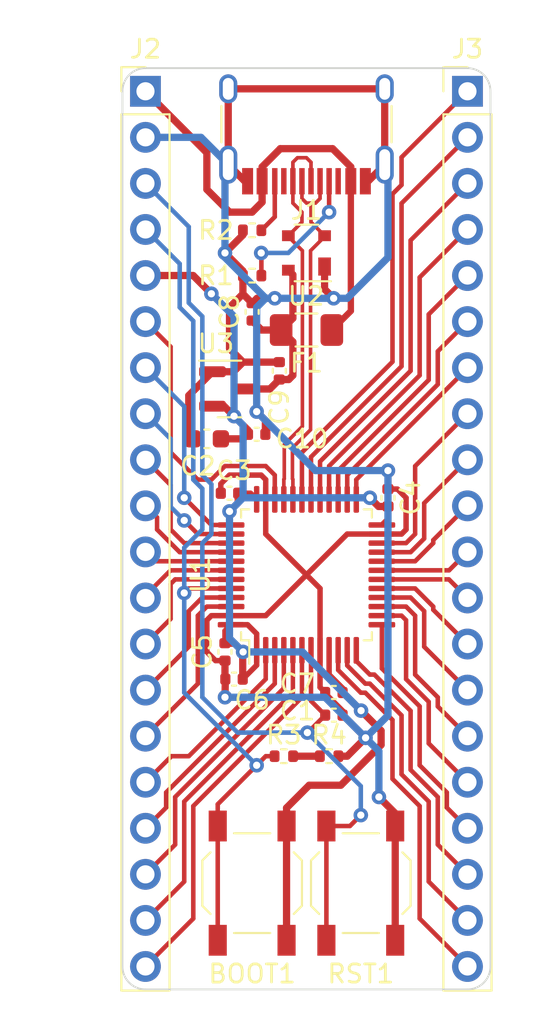
<source format=kicad_pcb>
(kicad_pcb (version 20240108) (generator "pcbnew") (generator_version "8.0")
  (layers (0 "F.Cu" signal) (31 "B.Cu" signal) (34 "B.Paste" user) (35 "F.Paste" user) (36 "B.SilkS" user "B.Silkscreen") (37 "F.SilkS" user "F.Silkscreen") (38 "B.Mask" user) (39 "F.Mask" user) (44 "Edge.Cuts" user))
  (net 0 "")
  (net 1 "+5V")
  (net 2 "GND")
  (net 3 "+3V3")
  (net 4 "NRST")
  (net 5 "VBUS")
  (net 6 "Net-(J1-CC1)")
  (net 8 "Net-(J1-CC2)")
  (net 10 "BOOT0")
  (net 11 "/C13")
  (net 12 "/C14")
  (net 13 "/C15")
  (net 14 "/F0")
  (net 15 "/F1")
  (net 16 "/B1")
  (net 17 "/B2")
  (net 18 "/B10")
  (net 19 "/B11")
  (net 20 "/B12")
  (net 21 "/B13")
  (net 22 "/B14")
  (net 23 "/B15")
  (net 24 "/A8")
  (net 25 "/A15")
  (net 26 "/B4")
  (net 27 "/B5")
  (net 28 "/B6")
  (net 29 "/B7")
  (net 30 "/A2")
  (net 31 "/A3")
  (net 32 "/A4")
  (net 33 "/A5")
  (net 34 "/A6")
  (net 35 "/A7")
  (net 36 "/B0")
  (net 37 "/B3")
  (net 38 "/B8")
  (net 39 "/B9")
  (net 40 "/A1")
  (net 41 "/A9")
  (net 42 "/A10")
  (net 43 "/A13")
  (net 44 "/A14")
  (net 45 "Net-(R3-Pad2)")
  (net 46 "/A0")
  (net 47 "D+")
  (net 48 "D-")
  (footprint "Capacitor_SMD:C_0402_1005Metric" (layer "F.Cu") (at 140.3925 87.65 90)
    (property "Reference" "C4")
    (property "Value" "100nF")
  )
  (footprint "Package_QFP:LQFP-48_7x7mm_P0.5mm" (layer "F.Cu") (at 135.8925 91.9 90)
    (property "Reference" "U1")
    (property "Value" "STM32F072CBT6")
  )
  (footprint "Capacitor_SMD:C_0402_1005Metric" (layer "F.Cu") (at 131.6425 87.4 180)
    (property "Reference" "C3")
    (property "Value" "100nF")
  )
  (footprint "Button_Switch_SMD:SW_SPST_TL3342" (layer "F.Cu") (at 132.8925 108.9 -90)
    (property "Reference" "BOOT1")
    (property "Value" "SW_SPST")
  )
  (footprint "Package_TO_SOT_SMD:SOT-143" (layer "F.Cu") (at 135.8925 74.15 180)
    (property "Reference" "U2")
    (property "Value" "PRTR5V0U2X")
  )
  (footprint "Capacitor_SMD:C_0402_1005Metric" (layer "F.Cu") (at 131.3925 96.15 -90)
    (property "Reference" "C5")
    (property "Value" "100nF")
  )
  (footprint "Button_Switch_SMD:SW_SPST_TL3342" (layer "F.Cu") (at 138.8925 108.9 90)
    (property "Reference" "RST1")
    (property "Value" "SW_SPST")
  )
  (footprint "Connector_PinHeader_2.54mm:PinHeader_1x20_P2.54mm_Vertical" (layer "F.Cu") (at 127.0025 65.235)
    (property "Reference" "J2")
    (property "Value" "Conn_01x20")
  )
  (footprint "Package_TO_SOT_SMD:SOT-23" (layer "F.Cu") (at 131.6425 81.65)
    (property "Reference" "U3")
    (property "Value" "XC6206PxxxMR-Regulator_Linear")
  )
  (footprint "Capacitor_SMD:C_0402_1005Metric" (layer "F.Cu") (at 131.8925 97.65 180)
    (property "Reference" "C6")
    (property "Value" "100nF")
  )
  (footprint "Resistor_SMD:R_0402_1005Metric" (layer "F.Cu") (at 132.8925 75.4)
    (property "Reference" "R1")
    (property "Value" "5.1k")
  )
  (footprint "Capacitor_SMD:C_0402_1005Metric" (layer "F.Cu") (at 133.1425 84.15)
    (property "Reference" "C10")
    (property "Value" "1uF")
  )
  (footprint "Fuse:Fuse_1206_3216Metric" (layer "F.Cu") (at 135.8925 78.4 180)
    (property "Reference" "F1")
    (property "Value" "500mA")
  )
  (footprint "Capacitor_SMD:C_0402_1005Metric" (layer "F.Cu") (at 134.3925 80.65 90)
    (property "Reference" "C9")
    (property "Value" "1uF")
  )
  (footprint "Connector_PinHeader_2.54mm:PinHeader_1x20_P2.54mm_Vertical" (layer "F.Cu") (at 144.7825 65.235)
    (property "Reference" "J3")
    (property "Value" "Conn_01x20")
  )
  (footprint "Capacitor_SMD:C_0402_1005Metric" (layer "F.Cu") (at 137.405923 99.636577)
    (property "Reference" "C1")
    (property "Value" "100nF")
  )
  (footprint "Resistor_SMD:R_0402_1005Metric" (layer "F.Cu") (at 137.1425 101.9)
    (property "Reference" "R4")
    (property "Value" "5.1k")
  )
  (footprint "Capacitor_SMD:C_0402_1005Metric" (layer "F.Cu") (at 137.405923 98.386577 180)
    (property "Reference" "C7")
    (property "Value" "100nF")
  )
  (footprint "Resistor_SMD:R_0402_1005Metric" (layer "F.Cu") (at 132.8925 72.9 180)
    (property "Reference" "R2")
    (property "Value" "5.1k")
  )
  (footprint "PCM_marbastlib-various:USB_C_Receptacle_HRO_TYPE-C-31-M-12" (layer "F.Cu") (at 135.8925 66.15 180)
    (property "Reference" "J1")
    (property "Value" "USB_C_Receptacle_USB2.0")
  )
  (footprint "Resistor_SMD:R_0402_1005Metric" (layer "F.Cu") (at 134.6425 101.9)
    (property "Reference" "R3")
    (property "Value" "5.1k")
  )
  (footprint "Capacitor_SMD:C_0603_1608Metric" (layer "F.Cu") (at 130.3925 84.4 180)
    (property "Reference" "C2")
    (property "Value" "10uF")
  )
  (footprint "Capacitor_SMD:C_0402_1005Metric" (layer "F.Cu") (at 132.8925 77.4 90)
    (property "Reference" "C8")
    (property "Value" "100nF")
  )
  (gr_arc (start 125.7325 65.23) (mid 126.104474 64.331974) (end 127.0025 63.96) (stroke (width 0.1)) (layer "Edge.Cuts"))
  (gr_line (start 144.7825 114.76) (end 127.0025 114.76) (stroke (width 0.1)) (layer "Edge.Cuts"))
  (gr_arc (start 127.0025 114.76) (mid 126.104474 114.388026) (end 125.7325 113.49) (stroke (width 0.1)) (layer "Edge.Cuts"))
  (gr_line (start 125.7325 113.49) (end 125.7325 65.23) (stroke (width 0.1)) (layer "Edge.Cuts"))
  (gr_line (start 127.0025 63.96) (end 144.7825 63.96) (stroke (width 0.1)) (layer "Edge.Cuts"))
  (gr_line (start 146.0525 65.23) (end 146.0525 113.49) (stroke (width 0.1)) (layer "Edge.Cuts"))
  (gr_arc (start 144.7825 63.96) (mid 145.680526 64.331974) (end 146.0525 65.23) (stroke (width 0.1)) (layer "Edge.Cuts"))
  (gr_arc (start 146.0525 113.49) (mid 145.680526 114.388026) (end 144.7825 114.76) (stroke (width 0.1)) (layer "Edge.Cuts"))
  (segment (start 135.1425 80.9) (end 135.1425 79.05) (width 0.4) (layer "F.Cu") (net 1))
  (segment (start 135.1425 75.35) (end 134.8925 75.1) (width 0.4) (layer "F.Cu") (net 1))
  (segment (start 133.4125 78.4) (end 132.8925 77.88) (width 0.4) (layer "F.Cu") (net 1))
  (segment (start 132.58 81.65) (end 133.8725 81.65) (width 0.4) (layer "F.Cu") (net 1))
  (segment (start 135.1425 77.75) (end 135.1425 75.35) (width 0.4) (layer "F.Cu") (net 1))
  (segment (start 134.4925 78.4) (end 135.1425 77.75) (width 0.4) (layer "F.Cu") (net 1))
  (segment (start 133.8725 81.65) (end 134.3925 81.13) (width 0.4) (layer "F.Cu") (net 1))
  (segment (start 135.1425 79.05) (end 134.4925 78.4) (width 0.4) (layer "F.Cu") (net 1))
  (segment (start 134.4925 78.4) (end 133.4125 78.4) (width 0.4) (layer "F.Cu") (net 1))
  (segment (start 134.3925 81.13) (end 134.9125 81.13) (width 0.4) (layer "F.Cu") (net 1))
  (segment (start 134.9125 81.13) (end 135.1425 80.9) (width 0.4) (layer "F.Cu") (net 1))
  (segment (start 131.5725 69.28) (end 131.5725 65.1) (width 0.4) (layer "F.Cu") (net 2))
  (segment (start 141.3925 87.65) (end 140.9125 87.17) (width 0.3) (layer "F.Cu") (net 2))
  (segment (start 131.1625 86.88) (end 131.1625 87.4) (width 0.3) (layer "F.Cu") (net 2))
  (segment (start 136.925923 98.504133) (end 136.925923 98.386577) (width 0.4) (layer "F.Cu") (net 2))
  (segment (start 136.6425 96.0625) (end 136.6425 98.103154) (width 0.3) (layer "F.Cu") (net 2))
  (segment (start 129.3925 82.0125) (end 130.705 80.7) (width 0.4) (layer "F.Cu") (net 2))
  (segment (start 131.4125 97.65) (end 131.3925 98.65) (width 0.4) (layer "F.Cu") (net 2))
  (segment (start 130.705 80.7) (end 131.8625 80.7) (width 0.4) (layer "F.Cu") (net 2))
  (segment (start 136.6425 96.0625) (end 136.6425 92.65) (width 0.3) (layer "F.Cu") (net 2))
  (segment (start 140.2125 65.1) (end 140.2125 69.28) (width 0.4) (layer "F.Cu") (net 2))
  (segment (start 136.6425 92.65) (end 135.8925 91.9) (width 0.3) (layer "F.Cu") (net 2))
  (segment (start 133.6425 87.7375) (end 133.6425 89.65) (width 0.3) (layer "F.Cu") (net 2))
  (segment (start 132.3825 75.14) (end 132.3825 75.4) (width 0.4) (layer "F.Cu") (net 2))
  (segment (start 140.055 89.65) (end 138.1425 89.65) (width 0.3) (layer "F.Cu") (net 2))
  (segment (start 131.3925 74.15) (end 132.3825 73.16) (width 0.4) (layer "F.Cu") (net 2))
  (segment (start 133.1425 82.9) (end 133.6225 83.38) (width 0.4) (layer "F.Cu") (net 2))
  (segment (start 131.73 94.15) (end 130.6425 94.15) (width 0.3) (layer "F.Cu") (net 2))
  (segment (start 139.8925 104.15) (end 140.7925 105.05) (width 0.4) (layer "F.Cu") (net 2))
  (segment (start 131.8625 80.7) (end 132.3925 80.17) (width 0.4) (layer "F.Cu") (net 2))
  (segment (start 131.3925 96.63) (end 131.3925 97.63) (width 0.4) (layer "F.Cu") (net 2))
  (segment (start 137.3925 76.65) (end 136.8925 76.15) (width 0.4) (layer "F.Cu") (net 2))
  (segment (start 140.3925 87.17) (end 140.3925 86.15) (width 0.4) (layer "F.Cu") (net 2))
  (segment (start 130.3925 94.4) (end 130.3925 96.15) (width 0.3) (layer "F.Cu") (net 2))
  (segment (start 129.3925 84.175) (end 129.3925 82.0125) (width 0.4) (layer "F.Cu") (net 2))
  (segment (start 135.8925 91.9) (end 133.6425 94.15) (width 0.3) (layer "F.Cu") (net 2))
  (segment (start 130.8725 96.63) (end 131.3925 96.63) (width 0.3) (layer "F.Cu") (net 2))
  (segment (start 136.6425 98.103154) (end 136.925923 98.386577) (width 0.3) (layer "F.Cu") (net 2))
  (segment (start 140.7925 105.05) (end 140.7925 105.75) (width 0.4) (layer "F.Cu") (net 2))
  (segment (start 132.6425 70.195) (end 132.4875 70.195) (width 0.4) (layer "F.Cu") (net 2))
  (segment (start 137.885923 99.636577) (end 137.885923 99.464133) (width 0.4) (layer "F.Cu") (net 2))
  (segment (start 140.7925 105.75) (end 140.7925 112.05) (width 0.4) (layer "F.Cu") (net 2))
  (segment (start 131.5725 65.1) (end 140.2125 65.1) (width 0.4) (layer "F.Cu") (net 2))
  (segment (start 133.6425 89.65) (end 135.8925 91.9) (width 0.3) (layer "F.Cu") (net 2))
  (segment (start 132.4875 70.195) (end 131.5725 69.28) (width 0.4) (layer "F.Cu") (net 2))
  (segment (start 134.1425 76.65) (end 133.1625 76.65) (width 0.4) (layer "F.Cu") (net 2))
  (segment (start 140.9125 87.17) (end 140.3925 87.17) (width 0.3) (layer "F.Cu") (net 2))
  (segment (start 137.905923 99.636577) (end 139.155923 100.886577) (width 0.4) (layer "F.Cu") (net 2))
  (segment (start 136.8925 76.15) (end 136.8925 74.9) (width 0.4) (layer "F.Cu") (net 2))
  (segment (start 138.1425 89.65) (end 135.8925 91.9) (width 0.3) (layer "F.Cu") (net 2))
  (segment (start 137.6525 101.9) (end 138.1425 101.9) (width 0.4) (layer "F.Cu") (net 2))
  (segment (start 141.3925 89.4) (end 141.3925 87.65) (width 0.3) (layer "F.Cu") (net 2))
  (segment (start 132.3825 76.41) (end 131.6425 77.15) (width 0.4) (layer "F.Cu") (net 2))
  (segment (start 131.6425 79.42) (end 132.3925 80.17) (width 0.4) (layer "F.Cu") (net 2))
  (segment (start 133.1625 76.65) (end 132.8925 76.92) (width 0.4) (layer "F.Cu") (net 2))
  (segment (start 132.3825 76.41) (end 132.3825 75.4) (width 0.4) (layer "F.Cu") (net 2))
  (segment (start 132.3825 73.16) (end 132.3825 72.9) (width 0.4) (layer "F.Cu") (net 2))
  (segment (start 140.2125 69.28) (end 139.2975 70.195) (width 0.4) (layer "F.Cu") (net 2))
  (segment (start 130.3925 96.15) (end 130.8725 96.63) (width 0.3) (layer "F.Cu") (net 2))
  (segment (start 139.2975 70.195) (end 139.1425 70.195) (width 0.4) (layer "F.Cu") (net 2))
  (segment (start 134.3925 80.17) (end 132.3925 80.17) (width 0.4) (layer "F.Cu") (net 2))
  (segment (start 130.6425 94.15) (end 130.3925 94.4) (width 0.3) (layer "F.Cu") (net 2))
  (segment (start 133.3925 86.4) (end 131.6425 86.4) (width 0.3) (layer "F.Cu") (net 2))
  (segment (start 140.055 89.65) (end 141.1425 89.65) (width 0.3) (layer "F.Cu") (net 2))
  (segment (start 133.6425 86.65) (end 133.3925 86.4) (width 0.3) (layer "F.Cu") (net 2))
  (segment (start 131.6425 77.15) (end 131.6425 79.42) (width 0.4) (layer "F.Cu") (net 2))
  (segment (start 138.1425 101.9) (end 139.155923 100.886577) (width 0.4) (layer "F.Cu") (net 2))
  (segment (start 131.3925 74.15) (end 132.3825 75.14) (width 0.4) (layer "F.Cu") (net 2))
  (segment (start 141.1425 89.65) (end 141.3925 89.4) (width 0.3) (layer "F.Cu") (net 2))
  (segment (start 133.6425 94.15) (end 131.73 94.15) (width 0.3) (layer "F.Cu") (net 2))
  (segment (start 133.6225 83.38) (end 133.6225 84.15) (width 0.4) (layer "F.Cu") (net 2))
  (segment (start 131.6425 86.4) (end 131.1625 86.88) (width 0.3) (layer "F.Cu") (net 2))
  (segment (start 133.6425 87.7375) (end 133.6425 86.65) (width 0.3) (layer "F.Cu") (net 2))
  (segment (start 137.885923 99.464133) (end 136.925923 98.504133) (width 0.4) (layer "F.Cu") (net 2))
  (segment (start 132.8925 76.92) (end 132.3825 76.41) (width 0.4) (layer "F.Cu") (net 2))
  (via (at 139.155923 100.886577) (size 0.8) (drill 0.4) (layers "F.Cu" "B.Cu") (net 2))
  (via (at 133.1425 82.9) (size 0.8) (drill 0.4) (layers "F.Cu" "B.Cu") (net 2))
  (via (at 134.1425 76.65) (size 0.8) (drill 0.4) (layers "F.Cu" "B.Cu") (net 2))
  (via (at 131.3925 74.15) (size 0.8) (drill 0.4) (layers "F.Cu" "B.Cu") (net 2))
  (via (at 131.3925 98.65) (size 0.8) (drill 0.4) (layers "F.Cu" "B.Cu") (net 2))
  (via (at 140.3925 86.15) (size 0.8) (drill 0.4) (layers "F.Cu" "B.Cu") (net 2))
  (via (at 137.3925 76.65) (size 0.8) (drill 0.4) (layers "F.Cu" "B.Cu") (net 2))
  (via (at 139.8925 104.15) (size 0.8) (drill 0.4) (layers "F.Cu" "B.Cu") (net 2))
  (segment (start 127.0025 67.775) (end 130.0675 67.775) (width 0.4) (layer "B.Cu") (net 2))
  (segment (start 130.0675 67.775) (end 131.5725 69.28) (width 0.4) (layer "B.Cu") (net 2))
  (segment (start 139.155923 100.886577) (end 139.8925 101.623154) (width 0.4) (layer "B.Cu") (net 2))
  (segment (start 133.1425 77.15) (end 133.6425 76.65) (width 0.4) (layer "B.Cu") (net 2))
  (segment (start 139.8925 101.623154) (end 139.8925 104.15) (width 0.4) (layer "B.Cu") (net 2))
  (segment (start 140.3925 86.15) (end 140.3925 99.65) (width 0.4) (layer "B.Cu") (net 2))
  (segment (start 134.1425 76.65) (end 133.6425 76.65) (width 0.4) (layer "B.Cu") (net 2))
  (segment (start 131.3925 74.4) (end 133.6425 76.65) (width 0.4) (layer "B.Cu") (net 2))
  (segment (start 140.3925 86.15) (end 136.3925 86.15) (width 0.4) (layer "B.Cu") (net 2))
  (segment (start 131.3925 74.15) (end 131.3925 74.4) (width 0.4) (layer "B.Cu") (net 2))
  (segment (start 136.919346 98.65) (end 139.155923 100.886577) (width 0.4) (layer "B.Cu") (net 2))
  (segment (start 140.3925 69.46) (end 140.3925 74.4) (width 0.4) (layer "B.Cu") (net 2))
  (segment (start 133.1425 82.9) (end 133.1425 77.15) (width 0.4) (layer "B.Cu") (net 2))
  (segment (start 140.3925 74.4) (end 138.1425 76.65) (width 0.4) (layer "B.Cu") (net 2))
  (segment (start 131.3925 98.65) (end 136.919346 98.65) (width 0.4) (layer "B.Cu") (net 2))
  (segment (start 138.1425 76.65) (end 137.3925 76.65) (width 0.4) (layer "B.Cu") (net 2))
  (segment (start 140.3925 99.65) (end 139.155923 100.886577) (width 0.4) (layer "B.Cu") (net 2))
  (segment (start 131.3925 74.15) (end 131.3925 69.46) (width 0.4) (layer "B.Cu") (net 2))
  (segment (start 137.3925 76.65) (end 134.1425 76.65) (width 0.4) (layer "B.Cu") (net 2))
  (segment (start 136.3925 86.15) (end 133.1425 82.9) (width 0.4) (layer "B.Cu") (net 2))
  (segment (start 133.1425 87.7375) (end 132.805 87.4) (width 0.3) (layer "F.Cu") (net 3))
  (segment (start 132.3725 96.17) (end 132.3725 97.65) (width 0.4) (layer "F.Cu") (net 3))
  (segment (start 137.905923 98.386577) (end 138.905923 99.386577) (width 0.4) (layer "F.Cu") (net 3))
  (segment (start 131.6425 88.4) (end 132.1225 87.92) (width 0.4) (layer "F.Cu") (net 3))
  (segment (start 140.013423 100.494077) (end 138.905923 99.386577) (width 0.4) (layer "F.Cu") (net 3))
  (segment (start 129.6375 75.395) (end 127.0025 75.395) (width 0.4) (layer "F.Cu") (net 3))
  (segment (start 130.705 82.6) (end 131.3425 82.6) (width 0.4) (layer "F.Cu") (net 3))
  (segment (start 132.3725 97.65) (end 133.1425 96.88) (width 0.3) (layer "F.Cu") (net 3))
  (segment (start 131.9125 95.67) (end 131.3925 95.67) (width 0.4) (layer "F.Cu") (net 3))
  (segment (start 140.3925 88.13) (end 139.8725 88.13) (width 0.4) (layer "F.Cu") (net 3))
  (segment (start 133.1425 96.88) (end 133.1425 96.0625) (width 0.3) (layer "F.Cu") (net 3))
  (segment (start 132.1225 87.92) (end 132.1225 87.4) (width 0.4) (layer "F.Cu") (net 3))
  (segment (start 132.805 87.4) (end 132.1225 87.4) (width 0.3) (layer "F.Cu") (net 3))
  (segment (start 134.7925 105.75) (end 134.7925 104.75) (width 0.4) (layer "F.Cu") (net 3))
  (segment (start 134.7925 105.75) (end 134.7925 112.05) (width 0.4) (layer "F.Cu") (net 3))
  (segment (start 132.6625 83.92) (end 132.6625 84.15) (width 0.4) (layer "F.Cu") (net 3))
  (segment (start 131.3425 82.6) (end 132.6625 83.92) (width 0.4) (layer "F.Cu") (net 3))
  (segment (start 131.73 94.65) (end 132.6425 94.65) (width 0.3) (layer "F.Cu") (net 3))
  (segment (start 132.4125 84.4) (end 131.1675 84.4) (width 0.4) (layer "F.Cu") (net 3))
  (segment (start 137.1425 97.4) (end 137.885923 98.143423) (width 0.3) (layer "F.Cu") (net 3))
  (segment (start 132.6425 94.65) (end 133.1425 95.15) (width 0.3) (layer "F.Cu") (net 3))
  (segment (start 134.7925 104.75) (end 136.0425 103.5) (width 0.4) (layer "F.Cu") (net 3))
  (segment (start 132.3925 96.15) (end 131.9125 95.67) (width 0.4) (layer "F.Cu") (net 3))
  (segment (start 137.1425 96.0625) (end 137.1425 97.4) (width 0.3) (layer "F.Cu") (net 3))
  (segment (start 136.0425 103.5) (end 137.7925 103.5) (width 0.4) (layer "F.Cu") (net 3))
  (segment (start 133.1425 95.15) (end 133.1425 96.0625) (width 0.3) (layer "F.Cu") (net 3))
  (segment (start 140.013423 101.279077) (end 140.013423 100.494077) (width 0.4) (layer "F.Cu") (net 3))
  (segment (start 137.885923 98.143423) (end 137.885923 98.386577) (width 0.3) (layer "F.Cu") (net 3))
  (segment (start 131.3425 82.6) (end 131.8925 83.15) (width 0.4) (layer "F.Cu") (net 3))
  (segment (start 132.3925 96.15) (end 132.3725 96.17) (width 0.4) (layer "F.Cu") (net 3))
  (segment (start 130.6425 76.4) (end 129.6375 75.395) (width 0.4) (layer "F.Cu") (net 3))
  (segment (start 137.7925 103.5) (end 140.013423 101.279077) (width 0.4) (layer "F.Cu") (net 3))
  (segment (start 140.3925 88.8125) (end 140.3925 88.13) (width 0.3) (layer "F.Cu") (net 3))
  (segment (start 139.8725 88.13) (end 139.3925 87.65) (width 0.4) (layer "F.Cu") (net 3))
  (segment (start 140.055 89.15) (end 140.3925 88.8125) (width 0.3) (layer "F.Cu") (net 3))
  (segment (start 131.3925 94.9875) (end 131.73 94.65) (width 0.3) (layer "F.Cu") (net 3))
  (segment (start 131.3925 95.67) (end 131.3925 94.9875) (width 0.3) (layer "F.Cu") (net 3))
  (via (at 138.905923 99.386577) (size 0.8) (drill 0.4) (layers "F.Cu" "B.Cu") (net 3))
  (via (at 131.6425 88.4) (size 0.8) (drill 0.4) (layers "F.Cu" "B.Cu") (net 3))
  (via (at 139.3925 87.65) (size 0.8) (drill 0.4) (layers "F.Cu" "B.Cu") (net 3))
  (via (at 132.3925 96.15) (size 0.8) (drill 0.4) (layers "F.Cu" "B.Cu") (net 3))
  (via (at 131.8925 83.15) (size 0.8) (drill 0.4) (layers "F.Cu" "B.Cu") (net 3))
  (via (at 130.6425 76.4) (size 0.8) (drill 0.4) (layers "F.Cu" "B.Cu") (net 3))
  (segment (start 131.6425 88.4) (end 131.6425 95.4) (width 0.4) (layer "B.Cu") (net 3))
  (segment (start 131.6425 88.4) (end 132.3925 87.65) (width 0.4) (layer "B.Cu") (net 3))
  (segment (start 131.6425 95.4) (end 132.3925 96.15) (width 0.4) (layer "B.Cu") (net 3))
  (segment (start 132.3925 87.65) (end 133.1425 87.65) (width 0.4) (layer "B.Cu") (net 3))
  (segment (start 138.905923 99.386577) (end 135.669346 96.15) (width 0.4) (layer "B.Cu") (net 3))
  (segment (start 131.8925 77.65) (end 131.8925 83.15) (width 0.4) (layer "B.Cu") (net 3))
  (segment (start 132.3925 83.65) (end 132.3925 87.65) (width 0.4) (layer "B.Cu") (net 3))
  (segment (start 135.669346 96.15) (end 132.3925 96.15) (width 0.4) (layer "B.Cu") (net 3))
  (segment (start 131.8925 83.15) (end 132.3925 83.65) (width 0.4) (layer "B.Cu") (net 3))
  (segment (start 130.6425 76.4) (end 131.8925 77.65) (width 0.4) (layer "B.Cu") (net 3))
  (segment (start 139.3925 87.65) (end 133.1425 87.65) (width 0.4) (layer "B.Cu") (net 3))
  (segment (start 136.9925 105.75) (end 136.9925 112.05) (width 0.25) (layer "F.Cu") (net 4))
  (segment (start 136.9925 105.75) (end 138.2925 105.75) (width 0.25) (layer "F.Cu") (net 4))
  (segment (start 136.1425 98.853154) (end 136.925923 99.636577) (width 0.25) (layer "F.Cu") (net 4))
  (segment (start 138.2925 105.75) (end 138.8925 105.15) (width 0.25) (layer "F.Cu") (net 4))
  (segment (start 136.1425 96.0625) (end 136.1425 98.853154) (width 0.25) (layer "F.Cu") (net 4))
  (segment (start 136.925923 99.636577) (end 135.9625 100.6) (width 0.25) (layer "F.Cu") (net 4))
  (segment (start 135.9625 100.6) (end 135.9425 100.6) (width 0.25) (layer "F.Cu") (net 4))
  (via (at 138.8925 105.15) (size 0.8) (drill 0.4) (layers "F.Cu" "B.Cu") (net 4))
  (via (at 135.9425 100.6) (size 0.8) (drill 0.4) (layers "F.Cu" "B.Cu") (net 4))
  (segment (start 130.1425 98.65) (end 130.1425 90.15) (width 0.25) (layer "B.Cu") (net 4))
  (segment (start 138.8925 103.55) (end 135.9425 100.6) (width 0.25) (layer "B.Cu") (net 4))
  (segment (start 130.6425 86.9) (end 130.1425 86.4) (width 0.25) (layer "B.Cu") (net 4))
  (segment (start 130.6425 89.65) (end 130.6425 86.9) (width 0.25) (layer "B.Cu") (net 4))
  (segment (start 130.1425 86.4) (end 130.1425 77.65) (width 0.25) (layer "B.Cu") (net 4))
  (segment (start 130.1425 90.15) (end 130.6425 89.65) (width 0.25) (layer "B.Cu") (net 4))
  (segment (start 129.3925 72.705) (end 127.0025 70.315) (width 0.25) (layer "B.Cu") (net 4))
  (segment (start 130.1425 77.65) (end 129.3925 76.9) (width 0.25) (layer "B.Cu") (net 4))
  (segment (start 129.3925 76.9) (end 129.3925 72.705) (width 0.25) (layer "B.Cu") (net 4))
  (segment (start 138.8925 105.15) (end 138.8925 103.55) (width 0.25) (layer "B.Cu") (net 4))
  (segment (start 132.0925 100.6) (end 130.1425 98.65) (width 0.25) (layer "B.Cu") (net 4))
  (segment (start 135.9425 100.6) (end 132.0925 100.6) (width 0.25) (layer "B.Cu") (net 4))
  (segment (start 131.6425 71.9) (end 130.3925 70.65) (width 0.4) (layer "F.Cu") (net 5))
  (segment (start 130.3925 70.65) (end 130.3925 68.625) (width 0.4) (layer "F.Cu") (net 5))
  (segment (start 134.444333 68.4) (end 137.336484 68.4) (width 0.4) (layer "F.Cu") (net 5))
  (segment (start 138.3425 77.35) (end 137.2925 78.4) (width 0.35) (layer "F.Cu") (net 5))
  (segment (start 130.3925 68.625) (end 127.0025 65.235) (width 0.4) (layer "F.Cu") (net 5))
  (segment (start 133.4425 70.195) (end 133.4425 69.406016) (width 0.4) (layer "F.Cu") (net 5))
  (segment (start 134.444333 68.404183) (end 134.444333 68.4) (width 0.4) (layer "F.Cu") (net 5))
  (segment (start 138.3425 70.195) (end 138.3425 77.35) (width 0.35) (layer "F.Cu") (net 5))
  (segment (start 133.4425 71.35) (end 132.8925 71.9) (width 0.4) (layer "F.Cu") (net 5))
  (segment (start 133.4425 69.406016) (end 134.444333 68.404183) (width 0.4) (layer "F.Cu") (net 5))
  (segment (start 138.3425 69.406016) (end 138.3425 70.195) (width 0.4) (layer "F.Cu") (net 5))
  (segment (start 133.4425 70.195) (end 133.4425 71.35) (width 0.4) (layer "F.Cu") (net 5))
  (segment (start 132.8925 71.9) (end 131.6425 71.9) (width 0.4) (layer "F.Cu") (net 5))
  (segment (start 137.336484 68.4) (end 138.3425 69.406016) (width 0.4) (layer "F.Cu") (net 5))
  (segment (start 133.4025 75.4) (end 133.4025 74.16) (width 0.25) (layer "F.Cu") (net 6))
  (segment (start 133.4025 74.16) (end 133.3925 74.15) (width 0.25) (layer "F.Cu") (net 6))
  (segment (start 137.1425 71.9) (end 137.1425 70.195) (width 0.25) (layer "F.Cu") (net 6))
  (via (at 133.3925 74.15) (size 0.8) (drill 0.4) (layers "F.Cu" "B.Cu") (net 6))
  (via (at 137.1425 71.9) (size 0.8) (drill 0.4) (layers "F.Cu" "B.Cu") (net 6))
  (segment (start 133.3925 74.15) (end 134.8925 74.15) (width 0.25) (layer "B.Cu") (net 6))
  (segment (start 134.8925 74.15) (end 137.1425 71.9) (width 0.25) (layer "B.Cu") (net 6))
  (segment (start 134.1425 70.195) (end 134.1425 72.16) (width 0.25) (layer "F.Cu") (net 8))
  (segment (start 134.1425 72.16) (end 133.4025 72.9) (width 0.25) (layer "F.Cu") (net 8))
  (segment (start 131.73 92.65) (end 129.3925 92.65) (width 0.25) (layer "F.Cu") (net 10))
  (segment (start 130.9925 104.55) (end 133.1425 102.4) (width 0.25) (layer "F.Cu") (net 10))
  (segment (start 130.9925 105.75) (end 130.9925 112.05) (width 0.25) (layer "F.Cu") (net 10))
  (segment (start 130.9925 105.75) (end 130.9925 104.55) (width 0.25) (layer "F.Cu") (net 10))
  (segment (start 133.1425 102.4) (end 133.6425 101.9) (width 0.25) (layer "F.Cu") (net 10))
  (segment (start 133.6425 101.9) (end 134.1325 101.9) (width 0.25) (layer "F.Cu") (net 10))
  (segment (start 129.3925 92.65) (end 129.1425 92.9) (width 0.25) (layer "F.Cu") (net 10))
  (via (at 129.1425 92.9) (size 0.8) (drill 0.4) (layers "F.Cu" "B.Cu") (net 10))
  (via (at 133.1425 102.4) (size 0.8) (drill 0.4) (layers "F.Cu" "B.Cu") (net 10))
  (segment (start 129.1425 92.9) (end 129.1425 90.4) (width 0.25) (layer "B.Cu") (net 10))
  (segment (start 130.1425 89.4) (end 130.1425 87.15) (width 0.25) (layer "B.Cu") (net 10))
  (segment (start 128.8925 74.745) (end 127.0025 72.855) (width 0.25) (layer "B.Cu") (net 10))
  (segment (start 128.8925 77.15) (end 128.8925 74.745) (width 0.25) (layer "B.Cu") (net 10))
  (segment (start 129.6425 86.65) (end 129.6425 77.9) (width 0.25) (layer "B.Cu") (net 10))
  (segment (start 129.6425 77.9) (end 128.8925 77.15) (width 0.25) (layer "B.Cu") (net 10))
  (segment (start 129.1425 98.4) (end 133.1425 102.4) (width 0.25) (layer "B.Cu") (net 10))
  (segment (start 129.1425 92.9) (end 129.1425 98.4) (width 0.25) (layer "B.Cu") (net 10))
  (segment (start 130.1425 87.15) (end 129.6425 86.65) (width 0.25) (layer "B.Cu") (net 10))
  (segment (start 129.1425 90.4) (end 130.1425 89.4) (width 0.25) (layer "B.Cu") (net 10))
  (segment (start 128.4375 101.9) (end 129.3925 101.9) (width 0.25) (layer "F.Cu") (net 11))
  (segment (start 127.0025 103.335) (end 128.4375 101.9) (width 0.25) (layer "F.Cu") (net 11))
  (segment (start 129.3925 101.9) (end 133.6425 97.65) (width 0.25) (layer "F.Cu") (net 11))
  (segment (start 133.6425 97.65) (end 133.6425 96.0625) (width 0.25) (layer "F.Cu") (net 11))
  (segment (start 127.0025 105.875) (end 128.1425 104.735) (width 0.25) (layer "F.Cu") (net 12))
  (segment (start 128.1425 104.735) (end 128.1425 103.9) (width 0.25) (layer "F.Cu") (net 12))
  (segment (start 128.1425 103.9) (end 134.1425 97.9) (width 0.25) (layer "F.Cu") (net 12))
  (segment (start 134.1425 97.9) (end 134.1425 96.0625) (width 0.25) (layer "F.Cu") (net 12))
  (segment (start 134.6425 96.0625) (end 134.6425 98.15) (width 0.25) (layer "F.Cu") (net 13))
  (segment (start 128.6425 104.15) (end 128.6425 106.775) (width 0.25) (layer "F.Cu") (net 13))
  (segment (start 134.6425 98.15) (end 128.6425 104.15) (width 0.25) (layer "F.Cu") (net 13))
  (segment (start 128.6425 106.775) (end 127.0025 108.415) (width 0.25) (layer "F.Cu") (net 13))
  (segment (start 135.1425 98.4) (end 135.1425 96.0625) (width 0.25) (layer "F.Cu") (net 14))
  (segment (start 127.0025 110.955) (end 129.1425 108.815) (width 0.25) (layer "F.Cu") (net 14))
  (segment (start 129.1425 104.4) (end 135.1425 98.4) (width 0.25) (layer "F.Cu") (net 14))
  (segment (start 129.1425 108.815) (end 129.1425 104.4) (width 0.25) (layer "F.Cu") (net 14))
  (segment (start 135.6425 96.0625) (end 135.6425 98.65) (width 0.25) (layer "F.Cu") (net 15))
  (segment (start 135.6425 98.65) (end 129.6425 104.65) (width 0.25) (layer "F.Cu") (net 15))
  (segment (start 129.6425 104.65) (end 129.6425 110.855) (width 0.25) (layer "F.Cu") (net 15))
  (segment (start 129.6425 110.855) (end 127.0025 113.495) (width 0.25) (layer "F.Cu") (net 15))
  (segment (start 140.055 91.65) (end 143.7675 91.65) (width 0.25) (layer "F.Cu") (net 16))
  (segment (start 143.7675 91.65) (end 144.7825 90.635) (width 0.25) (layer "F.Cu") (net 16))
  (segment (start 140.055 91.15) (end 141.8925 91.15) (width 0.25) (layer "F.Cu") (net 17))
  (segment (start 142.8925 89.985) (end 142.8925 90.15) (width 0.25) (layer "F.Cu") (net 17))
  (segment (start 141.8925 91.15) (end 142.8925 90.15) (width 0.25) (layer "F.Cu") (net 17))
  (segment (start 144.7825 88.095) (end 142.8925 89.985) (width 0.25) (layer "F.Cu") (net 17))
  (segment (start 140.055 90.65) (end 141.6425 90.65) (width 0.25) (layer "F.Cu") (net 18))
  (segment (start 141.6425 90.65) (end 142.3925 89.9) (width 0.25) (layer "F.Cu") (net 18))
  (segment (start 142.3925 87.945) (end 144.7825 85.555) (width 0.25) (layer "F.Cu") (net 18))
  (segment (start 142.3925 89.9) (end 142.3925 87.945) (width 0.25) (layer "F.Cu") (net 18))
  (segment (start 140.055 90.15) (end 141.3925 90.15) (width 0.25) (layer "F.Cu") (net 19))
  (segment (start 141.8925 85.905) (end 144.7825 83.015) (width 0.25) (layer "F.Cu") (net 19))
  (segment (start 141.8925 89.65) (end 141.8925 85.905) (width 0.25) (layer "F.Cu") (net 19))
  (segment (start 141.3925 90.15) (end 141.8925 89.65) (width 0.25) (layer "F.Cu") (net 19))
  (segment (start 138.6425 86.65) (end 144.7825 80.51) (width 0.25) (layer "F.Cu") (net 20))
  (segment (start 138.6425 87.7375) (end 138.6425 86.65) (width 0.25) (layer "F.Cu") (net 20))
  (segment (start 143.1425 81.4) (end 143.1425 79.575) (width 0.25) (layer "F.Cu") (net 21))
  (segment (start 138.1425 87.7375) (end 138.1425 86.4) (width 0.25) (layer "F.Cu") (net 21))
  (segment (start 143.1425 79.575) (end 144.7825 77.935) (width 0.25) (layer "F.Cu") (net 21))
  (segment (start 138.1425 86.4) (end 143.1425 81.4) (width 0.25) (layer "F.Cu") (net 21))
  (segment (start 137.6425 87.7375) (end 137.6425 86.15) (width 0.25) (layer "F.Cu") (net 22))
  (segment (start 142.6425 81.15) (end 142.6425 77.535) (width 0.25) (layer "F.Cu") (net 22))
  (segment (start 137.6425 86.15) (end 142.6425 81.15) (width 0.25) (layer "F.Cu") (net 22))
  (segment (start 142.6425 77.535) (end 144.7825 75.395) (width 0.25) (layer "F.Cu") (net 22))
  (segment (start 142.1425 75.495) (end 144.7825 72.855) (width 0.25) (layer "F.Cu") (net 23))
  (segment (start 142.1425 80.9) (end 142.1425 75.495) (width 0.25) (layer "F.Cu") (net 23))
  (segment (start 137.1425 85.9) (end 142.1425 80.9) (width 0.25) (layer "F.Cu") (net 23))
  (segment (start 137.1425 87.7375) (end 137.1425 85.9) (width 0.25) (layer "F.Cu") (net 23))
  (segment (start 136.6425 87.7375) (end 136.6425 85.65) (width 0.25) (layer "F.Cu") (net 24))
  (segment (start 141.6425 80.65) (end 141.6425 73.455) (width 0.25) (layer "F.Cu") (net 24))
  (segment (start 141.6425 73.455) (end 144.7825 70.315) (width 0.25) (layer "F.Cu") (net 24))
  (segment (start 136.6425 85.65) (end 141.6425 80.65) (width 0.25) (layer "F.Cu") (net 24))
  (segment (start 129.8925 89.65) (end 129.1425 88.9) (width 0.25) (layer "F.Cu") (net 25))
  (segment (start 131.73 89.65) (end 129.8925 89.65) (width 0.25) (layer "F.Cu") (net 25))
  (via (at 129.1425 88.9) (size 0.8) (drill 0.4) (layers "F.Cu" "B.Cu") (net 25))
  (segment (start 128.3925 84.405) (end 127.0025 83.015) (width 0.25) (layer "B.Cu") (net 25))
  (segment (start 128.3925 88.15) (end 128.3925 84.405) (width 0.25) (layer "B.Cu") (net 25))
  (segment (start 129.1425 88.9) (end 128.3925 88.15) (width 0.25) (layer "B.Cu") (net 25))
  (segment (start 127.6425 89.4) (end 128.8925 90.65) (width 0.25) (layer "F.Cu") (net 26))
  (segment (start 127.6425 88.735) (end 127.6425 89.4) (width 0.25) (layer "F.Cu") (net 26))
  (segment (start 128.8925 90.65) (end 131.73 90.65) (width 0.25) (layer "F.Cu") (net 26))
  (segment (start 127.0025 88.095) (end 127.6425 88.735) (width 0.25) (layer "F.Cu") (net 26))
  (segment (start 127.5175 91.15) (end 127.0025 90.635) (width 0.25) (layer "F.Cu") (net 27))
  (segment (start 131.73 91.15) (end 127.5175 91.15) (width 0.25) (layer "F.Cu") (net 27))
  (segment (start 127.0025 93.04) (end 128.3925 91.65) (width 0.25) (layer "F.Cu") (net 28))
  (segment (start 128.3925 91.65) (end 131.73 91.65) (width 0.25) (layer "F.Cu") (net 28))
  (segment (start 128.3925 94.325) (end 128.3925 92.4) (width 0.25) (layer "F.Cu") (net 29))
  (segment (start 128.6425 92.15) (end 131.73 92.15) (width 0.25) (layer "F.Cu") (net 29))
  (segment (start 128.3925 92.4) (end 128.6425 92.15) (width 0.25) (layer "F.Cu") (net 29))
  (segment (start 127.0025 95.715) (end 128.3925 94.325) (width 0.25) (layer "F.Cu") (net 29))
  (segment (start 141.6425 99.4) (end 141.6425 102.65) (width 0.25) (layer "F.Cu") (net 30))
  (segment (start 139.3925 97.4) (end 139.6425 97.4) (width 0.25) (layer "F.Cu") (net 30))
  (segment (start 139.6425 97.4) (end 141.6425 99.4) (width 0.25) (layer "F.Cu") (net 30))
  (segment (start 138.6425 96.65) (end 139.3925 97.4) (width 0.25) (layer "F.Cu") (net 30))
  (segment (start 141.6425 102.65) (end 143.1425 104.15) (width 0.25) (layer "F.Cu") (net 30))
  (segment (start 143.1425 104.15) (end 143.1425 106.775) (width 0.25) (layer "F.Cu") (net 30))
  (segment (start 143.1425 106.775) (end 144.7825 108.415) (width 0.25) (layer "F.Cu") (net 30))
  (segment (start 142.1425 99.15) (end 140.055 97.0625) (width 0.25) (layer "F.Cu") (net 31))
  (segment (start 143.6425 103.9) (end 142.1425 102.4) (width 0.25) (layer "F.Cu") (net 31))
  (segment (start 140.055 97.0625) (end 140.055 94.65) (width 0.25) (layer "F.Cu") (net 31))
  (segment (start 144.7825 105.875) (end 143.6425 104.735) (width 0.25) (layer "F.Cu") (net 31))
  (segment (start 143.6425 104.735) (end 143.6425 103.9) (width 0.25) (layer "F.Cu") (net 31))
  (segment (start 142.1425 102.4) (end 142.1425 99.15) (width 0.25) (layer "F.Cu") (net 31))
  (segment (start 144.7825 103.335) (end 142.6425 101.195) (width 0.25) (layer "F.Cu") (net 32))
  (segment (start 142.6425 98.9) (end 141.3925 97.65) (width 0.25) (layer "F.Cu") (net 32))
  (segment (start 142.6425 101.195) (end 142.6425 98.9) (width 0.25) (layer "F.Cu") (net 32))
  (segment (start 141.3925 94.4) (end 141.1425 94.15) (width 0.25) (layer "F.Cu") (net 32))
  (segment (start 141.3925 97.65) (end 141.3925 94.4) (width 0.25) (layer "F.Cu") (net 32))
  (segment (start 141.1425 94.15) (end 140.055 94.15) (width 0.25) (layer "F.Cu") (net 32))
  (segment (start 143.1425 99.155) (end 143.1425 98.65) (width 0.25) (layer "F.Cu") (net 33))
  (segment (start 144.7825 100.795) (end 143.1425 99.155) (width 0.25) (layer "F.Cu") (net 33))
  (segment (start 141.8925 97.4) (end 143.1425 98.65) (width 0.25) (layer "F.Cu") (net 33))
  (segment (start 140.055 93.65) (end 141.3925 93.65) (width 0.25) (layer "F.Cu") (net 33))
  (segment (start 141.8925 94.15) (end 141.8925 97.4) (width 0.25) (layer "F.Cu") (net 33))
  (segment (start 141.3925 93.65) (end 141.8925 94.15) (width 0.25) (layer "F.Cu") (net 33))
  (segment (start 142.3925 95.865) (end 142.3925 93.9) (width 0.25) (layer "F.Cu") (net 34))
  (segment (start 141.6425 93.15) (end 140.055 93.15) (width 0.25) (layer "F.Cu") (net 34))
  (segment (start 144.7825 98.255) (end 142.3925 95.865) (width 0.25) (layer "F.Cu") (net 34))
  (segment (start 142.3925 93.9) (end 141.6425 93.15) (width 0.25) (layer "F.Cu") (net 34))
  (segment (start 142.8925 93.825) (end 142.8925 93.65) (width 0.25) (layer "F.Cu") (net 35))
  (segment (start 141.8925 92.65) (end 140.055 92.65) (width 0.25) (layer "F.Cu") (net 35))
  (segment (start 144.7825 95.715) (end 142.8925 93.825) (width 0.25) (layer "F.Cu") (net 35))
  (segment (start 142.8925 93.65) (end 141.8925 92.65) (width 0.25) (layer "F.Cu") (net 35))
  (segment (start 143.7575 92.15) (end 144.7825 93.175) (width 0.25) (layer "F.Cu") (net 36))
  (segment (start 140.055 92.15) (end 143.7575 92.15) (width 0.25) (layer "F.Cu") (net 36))
  (segment (start 127.0025 85.555) (end 128.3925 86.945) (width 0.25) (layer "F.Cu") (net 37))
  (segment (start 129.1425 90.15) (end 131.73 90.15) (width 0.25) (layer "F.Cu") (net 37))
  (segment (start 128.3925 86.945) (end 128.3925 89.4) (width 0.25) (layer "F.Cu") (net 37))
  (segment (start 128.3925 89.4) (end 129.1425 90.15) (width 0.25) (layer "F.Cu") (net 37))
  (segment (start 129.3925 95.865) (end 127.0025 98.255) (width 0.25) (layer "F.Cu") (net 38))
  (segment (start 129.3925 93.9) (end 129.3925 95.865) (width 0.25) (layer "F.Cu") (net 38))
  (segment (start 131.73 93.15) (end 130.1425 93.15) (width 0.25) (layer "F.Cu") (net 38))
  (segment (start 130.1425 93.15) (end 129.3925 93.9) (width 0.25) (layer "F.Cu") (net 38))
  (segment (start 127.0025 100.795) (end 129.8925 97.905) (width 0.25) (layer "F.Cu") (net 39))
  (segment (start 129.8925 94.15) (end 130.3925 93.65) (width 0.25) (layer "F.Cu") (net 39))
  (segment (start 129.8925 97.905) (end 129.8925 94.15) (width 0.25) (layer "F.Cu") (net 39))
  (segment (start 131.73 93.65) (end 130.3925 93.65) (width 0.25) (layer "F.Cu") (net 39))
  (segment (start 139.1425 97.9) (end 139.3925 97.9) (width 0.25) (layer "F.Cu") (net 40))
  (segment (start 142.6425 108.815) (end 144.7825 110.955) (width 0.25) (layer "F.Cu") (net 40))
  (segment (start 138.1425 96.0625) (end 138.1425 96.9) (width 0.25) (layer "F.Cu") (net 40))
  (segment (start 141.1425 99.65) (end 141.1425 102.9) (width 0.25) (layer "F.Cu") (net 40))
  (segment (start 138.1425 96.9) (end 139.1425 97.9) (width 0.25) (layer "F.Cu") (net 40))
  (segment (start 141.1425 102.9) (end 142.6425 104.4) (width 0.25) (layer "F.Cu") (net 40))
  (segment (start 142.6425 104.4) (end 142.6425 108.815) (width 0.25) (layer "F.Cu") (net 40))
  (segment (start 139.3925 97.9) (end 141.1425 99.65) (width 0.25) (layer "F.Cu") (net 40))
  (segment (start 141.1425 71.415) (end 144.7825 67.775) (width 0.25) (layer "F.Cu") (net 41))
  (segment (start 136.1425 87.7375) (end 136.1425 85.4) (width 0.25) (layer "F.Cu") (net 41))
  (segment (start 136.1425 85.4) (end 141.1425 80.4) (width 0.25) (layer "F.Cu") (net 41))
  (segment (start 141.1425 80.4) (end 141.1425 71.415) (width 0.25) (layer "F.Cu") (net 41))
  (segment (start 141.1425 68.875) (end 144.7825 65.235) (width 0.25) (layer "F.Cu") (net 42))
  (segment (start 140.6425 80.15) (end 140.6425 70.9) (width 0.25) (layer "F.Cu") (net 42))
  (segment (start 140.6425 70.9) (end 141.1425 70.4) (width 0.25) (layer "F.Cu") (net 42))
  (segment (start 141.1425 70.4) (end 141.1425 68.875) (width 0.25) (layer "F.Cu") (net 42))
  (segment (start 135.6425 87.7375) (end 135.6425 85.15) (width 0.25) (layer "F.Cu") (net 42))
  (segment (start 135.6425 85.15) (end 140.6425 80.15) (width 0.25) (layer "F.Cu") (net 42))
  (segment (start 128.3925 79.325) (end 127.0025 77.935) (width 0.25) (layer "F.Cu") (net 43))
  (segment (start 131.3925 85.9) (end 130.6425 86.65) (width 0.25) (layer "F.Cu") (net 43))
  (segment (start 134.1425 86.4) (end 133.6425 85.9) (width 0.25) (layer "F.Cu") (net 43))
  (segment (start 134.1425 87.7375) (end 134.1425 86.4) (width 0.25) (layer "F.Cu") (net 43))
  (segment (start 130.6425 86.65) (end 129.8925 86.65) (width 0.25) (layer "F.Cu") (net 43))
  (segment (start 133.6425 85.9) (end 131.3925 85.9) (width 0.25) (layer "F.Cu") (net 43))
  (segment (start 129.8925 86.65) (end 128.3925 85.15) (width 0.25) (layer "F.Cu") (net 43))
  (segment (start 128.3925 85.15) (end 128.3925 79.325) (width 0.25) (layer "F.Cu") (net 43))
  (segment (start 130.6425 89.15) (end 131.73 89.15) (width 0.25) (layer "F.Cu") (net 44))
  (segment (start 129.1425 87.65) (end 130.6425 89.15) (width 0.25) (layer "F.Cu") (net 44))
  (via (at 129.1425 87.65) (size 0.8) (drill 0.4) (layers "F.Cu" "B.Cu") (net 44))
  (segment (start 129.1425 82.615) (end 127.0025 80.475) (width 0.25) (layer "B.Cu") (net 44))
  (segment (start 129.1425 87.65) (end 129.1425 82.615) (width 0.25) (layer "B.Cu") (net 44))
  (segment (start 136.6325 101.9) (end 135.1525 101.9) (width 0.4) (layer "F.Cu") (net 45))
  (segment (start 137.6425 97.15) (end 138.8925 98.4) (width 0.25) (layer "F.Cu") (net 46))
  (segment (start 138.8925 98.4) (end 139.1425 98.4) (width 0.25) (layer "F.Cu") (net 46))
  (segment (start 142.1425 110.855) (end 144.7825 113.495) (width 0.25) (layer "F.Cu") (net 46))
  (segment (start 140.6425 99.9) (end 140.6425 103.15) (width 0.25) (layer "F.Cu") (net 46))
  (segment (start 140.6425 103.15) (end 142.1425 104.65) (width 0.25) (layer "F.Cu") (net 46))
  (segment (start 137.6425 96.0625) (end 137.6425 97.15) (width 0.25) (layer "F.Cu") (net 46))
  (segment (start 142.1425 104.65) (end 142.1425 110.855) (width 0.25) (layer "F.Cu") (net 46))
  (segment (start 139.1425 98.4) (end 140.6425 99.9) (width 0.25) (layer "F.Cu") (net 46))
  (segment (start 135.3925 68.9) (end 135.8925 68.9) (width 0.2) (layer "F.Cu") (net 47))
  (segment (start 135.8925 68.9) (end 136.1425 69.15) (width 0.2) (layer "F.Cu") (net 47))
  (segment (start 134.6675 84.7136) (end 134.6675 86.606249) (width 0.2) (layer "F.Cu") (net 47))
  (segment (start 135.6425 71.9) (end 135.6425 72.45) (width 0.2) (layer "F.Cu") (net 47))
  (segment (start 136.1425 69.15) (end 136.1425 70.195) (width 0.2) (layer "F.Cu") (net 47))
  (segment (start 135.1425 69.15) (end 135.3925 68.9) (width 0.2) (layer "F.Cu") (net 47))
  (segment (start 134.8925 73.25) (end 135.6675 74.025) (width 0.2) (layer "F.Cu") (net 47))
  (segment (start 135.6425 72.45) (end 134.8925 73.2) (width 0.2) (layer "F.Cu") (net 47))
  (segment (start 134.6675 86.606249) (end 134.6425 86.631249) (width 0.2) (layer "F.Cu") (net 47))
  (segment (start 135.6675 83.7136) (end 134.6675 84.7136) (width 0.2) (layer "F.Cu") (net 47))
  (segment (start 135.1425 70.195) (end 135.1425 69.15) (width 0.2) (layer "F.Cu") (net 47))
  (segment (start 135.6675 74.025) (end 135.6675 83.7136) (width 0.2) (layer "F.Cu") (net 47))
  (segment (start 135.1425 71.4) (end 135.6425 71.9) (width 0.2) (layer "F.Cu") (net 47))
  (segment (start 135.1425 70.195) (end 135.1425 71.4) (width 0.2) (layer "F.Cu") (net 47))
  (segment (start 134.6425 86.631249) (end 134.6425 87.7375) (width 0.2) (layer "F.Cu") (net 47))
  (segment (start 136.1425 72.45) (end 136.1425 71.4) (width 0.2) (layer "F.Cu") (net 48))
  (segment (start 136.3925 71.4) (end 136.6425 71.15) (width 0.2) (layer "F.Cu") (net 48))
  (segment (start 135.1175 84.9) (end 135.1175 86.606249) (width 0.2) (layer "F.Cu") (net 48))
  (segment (start 136.8925 73.2) (end 136.1425 72.45) (width 0.2) (layer "F.Cu") (net 48))
  (segment (start 135.1175 86.606249) (end 135.1425 86.631249) (width 0.2) (layer "F.Cu") (net 48))
  (segment (start 136.1175 83.9) (end 135.1175 84.9) (width 0.2) (layer "F.Cu") (net 48))
  (segment (start 136.8925 73.25) (end 136.1175 74.025) (width 0.2) (layer "F.Cu") (net 48))
  (segment (start 136.1175 83.9) (end 136.1175 74.025) (width 0.2) (layer "F.Cu") (net 48))
  (segment (start 136.6425 71.15) (end 136.6425 70.195) (width 0.2) (layer "F.Cu") (net 48))
  (segment (start 135.6425 70.195) (end 135.6425 71.15) (width 0.2) (layer "F.Cu") (net 48))
  (segment (start 135.1425 86.631249) (end 135.1425 87.7375) (width 0.2) (layer "F.Cu") (net 48))
  (segment (start 135.6425 71.15) (end 135.8925 71.4) (width 0.2) (layer "F.Cu") (net 48))
  (segment (start 136.1425 71.4) (end 136.3925 71.4) (width 0.2) (layer "F.Cu") (net 48))
  (segment (start 135.8925 71.4) (end 136.1425 71.4) (width 0.2) (layer "F.Cu") (net 48))
)
</source>
